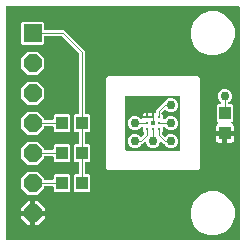
<source format=gbr>
G04 EAGLE Gerber RS-274X export*
G75*
%MOMM*%
%FSLAX34Y34*%
%LPD*%
%INTop Copper*%
%IPPOS*%
%AMOC8*
5,1,8,0,0,1.08239X$1,22.5*%
G01*
%ADD10R,0.381000X0.381000*%
%ADD11C,0.300000*%
%ADD12R,1.000000X1.100000*%
%ADD13R,1.524000X1.524000*%
%ADD14P,1.649562X8X22.500000*%
%ADD15C,0.050800*%
%ADD16C,0.762000*%

G36*
X199702Y2549D02*
X199702Y2549D01*
X199760Y2547D01*
X199842Y2569D01*
X199926Y2581D01*
X199979Y2604D01*
X200035Y2619D01*
X200108Y2662D01*
X200185Y2697D01*
X200230Y2735D01*
X200280Y2764D01*
X200338Y2826D01*
X200402Y2880D01*
X200434Y2929D01*
X200474Y2972D01*
X200513Y3047D01*
X200560Y3117D01*
X200577Y3173D01*
X200604Y3225D01*
X200615Y3293D01*
X200645Y3388D01*
X200648Y3488D01*
X200659Y3556D01*
X200659Y199644D01*
X200651Y199702D01*
X200653Y199760D01*
X200631Y199842D01*
X200619Y199926D01*
X200596Y199979D01*
X200581Y200035D01*
X200538Y200108D01*
X200503Y200185D01*
X200465Y200230D01*
X200436Y200280D01*
X200374Y200338D01*
X200320Y200402D01*
X200271Y200434D01*
X200228Y200474D01*
X200153Y200513D01*
X200083Y200560D01*
X200027Y200577D01*
X199975Y200604D01*
X199907Y200615D01*
X199812Y200645D01*
X199712Y200648D01*
X199644Y200659D01*
X3556Y200659D01*
X3498Y200651D01*
X3440Y200653D01*
X3358Y200631D01*
X3274Y200619D01*
X3221Y200596D01*
X3165Y200581D01*
X3092Y200538D01*
X3015Y200503D01*
X2970Y200465D01*
X2920Y200436D01*
X2862Y200374D01*
X2798Y200320D01*
X2766Y200271D01*
X2726Y200228D01*
X2687Y200153D01*
X2640Y200083D01*
X2623Y200027D01*
X2596Y199975D01*
X2585Y199907D01*
X2555Y199812D01*
X2552Y199712D01*
X2541Y199644D01*
X2541Y3556D01*
X2549Y3498D01*
X2547Y3440D01*
X2569Y3358D01*
X2581Y3274D01*
X2604Y3221D01*
X2619Y3165D01*
X2662Y3092D01*
X2697Y3015D01*
X2735Y2970D01*
X2764Y2920D01*
X2826Y2862D01*
X2880Y2798D01*
X2929Y2766D01*
X2972Y2726D01*
X3047Y2687D01*
X3117Y2640D01*
X3173Y2623D01*
X3225Y2596D01*
X3293Y2585D01*
X3388Y2555D01*
X3488Y2552D01*
X3556Y2541D01*
X199644Y2541D01*
X199702Y2549D01*
G37*
%LPC*%
G36*
X88693Y62102D02*
X88693Y62102D01*
X87502Y63293D01*
X87502Y77458D01*
X87503Y77464D01*
X87503Y125737D01*
X87502Y125745D01*
X87502Y139907D01*
X88693Y141098D01*
X165307Y141098D01*
X166498Y139907D01*
X166498Y63293D01*
X165307Y62102D01*
X88693Y62102D01*
G37*
%LPD*%
G36*
X149411Y78241D02*
X149411Y78241D01*
X149469Y78239D01*
X149551Y78261D01*
X149635Y78273D01*
X149688Y78296D01*
X149744Y78311D01*
X149817Y78354D01*
X149894Y78389D01*
X149939Y78427D01*
X149989Y78456D01*
X150047Y78518D01*
X150111Y78572D01*
X150143Y78621D01*
X150183Y78664D01*
X150222Y78739D01*
X150269Y78809D01*
X150286Y78865D01*
X150313Y78917D01*
X150324Y78985D01*
X150354Y79080D01*
X150357Y79180D01*
X150368Y79248D01*
X150368Y123953D01*
X150360Y124011D01*
X150362Y124069D01*
X150340Y124151D01*
X150328Y124235D01*
X150305Y124288D01*
X150290Y124344D01*
X150247Y124417D01*
X150212Y124494D01*
X150174Y124539D01*
X150145Y124589D01*
X150083Y124647D01*
X150029Y124711D01*
X149980Y124743D01*
X149937Y124783D01*
X149862Y124822D01*
X149792Y124869D01*
X149736Y124886D01*
X149684Y124913D01*
X149616Y124924D01*
X149521Y124954D01*
X149421Y124957D01*
X149353Y124968D01*
X104648Y124968D01*
X104590Y124960D01*
X104532Y124962D01*
X104450Y124940D01*
X104366Y124928D01*
X104313Y124905D01*
X104257Y124890D01*
X104184Y124847D01*
X104107Y124812D01*
X104062Y124774D01*
X104012Y124745D01*
X103954Y124683D01*
X103890Y124629D01*
X103858Y124580D01*
X103818Y124537D01*
X103779Y124462D01*
X103732Y124392D01*
X103715Y124336D01*
X103688Y124284D01*
X103677Y124216D01*
X103647Y124121D01*
X103644Y124021D01*
X103633Y123953D01*
X103633Y79248D01*
X103641Y79190D01*
X103639Y79132D01*
X103661Y79050D01*
X103673Y78966D01*
X103696Y78913D01*
X103711Y78857D01*
X103754Y78784D01*
X103789Y78707D01*
X103827Y78662D01*
X103856Y78612D01*
X103918Y78554D01*
X103972Y78490D01*
X104021Y78458D01*
X104064Y78418D01*
X104139Y78379D01*
X104209Y78332D01*
X104265Y78315D01*
X104317Y78288D01*
X104385Y78277D01*
X104480Y78247D01*
X104580Y78244D01*
X104648Y78233D01*
X149353Y78233D01*
X149411Y78241D01*
G37*
%LPC*%
G36*
X61078Y43267D02*
X61078Y43267D01*
X59887Y44458D01*
X59887Y57142D01*
X61078Y58333D01*
X63618Y58333D01*
X63676Y58341D01*
X63734Y58339D01*
X63816Y58361D01*
X63900Y58373D01*
X63953Y58396D01*
X64009Y58411D01*
X64082Y58454D01*
X64159Y58489D01*
X64204Y58527D01*
X64254Y58556D01*
X64312Y58618D01*
X64376Y58672D01*
X64408Y58721D01*
X64448Y58764D01*
X64487Y58839D01*
X64534Y58909D01*
X64551Y58965D01*
X64578Y59017D01*
X64589Y59085D01*
X64619Y59180D01*
X64622Y59280D01*
X64633Y59348D01*
X64633Y67652D01*
X64625Y67710D01*
X64627Y67768D01*
X64605Y67850D01*
X64593Y67934D01*
X64570Y67987D01*
X64555Y68043D01*
X64512Y68116D01*
X64477Y68193D01*
X64439Y68238D01*
X64410Y68288D01*
X64348Y68346D01*
X64294Y68410D01*
X64245Y68442D01*
X64202Y68482D01*
X64127Y68521D01*
X64057Y68568D01*
X64001Y68585D01*
X63949Y68612D01*
X63881Y68623D01*
X63786Y68653D01*
X63686Y68656D01*
X63618Y68667D01*
X61078Y68667D01*
X59887Y69858D01*
X59887Y82542D01*
X61078Y83733D01*
X63618Y83733D01*
X63676Y83741D01*
X63734Y83739D01*
X63816Y83761D01*
X63900Y83773D01*
X63953Y83796D01*
X64009Y83811D01*
X64082Y83854D01*
X64159Y83889D01*
X64204Y83927D01*
X64254Y83956D01*
X64312Y84018D01*
X64376Y84072D01*
X64408Y84121D01*
X64448Y84164D01*
X64487Y84239D01*
X64534Y84309D01*
X64551Y84365D01*
X64578Y84417D01*
X64589Y84485D01*
X64619Y84580D01*
X64622Y84680D01*
X64633Y84748D01*
X64633Y93052D01*
X64625Y93110D01*
X64627Y93168D01*
X64605Y93250D01*
X64593Y93334D01*
X64570Y93387D01*
X64555Y93443D01*
X64512Y93516D01*
X64477Y93593D01*
X64439Y93638D01*
X64410Y93688D01*
X64348Y93746D01*
X64294Y93810D01*
X64245Y93842D01*
X64202Y93882D01*
X64127Y93921D01*
X64057Y93968D01*
X64001Y93985D01*
X63949Y94012D01*
X63881Y94023D01*
X63786Y94053D01*
X63686Y94056D01*
X63618Y94067D01*
X61078Y94067D01*
X59887Y95258D01*
X59887Y107942D01*
X61078Y109133D01*
X63618Y109133D01*
X63676Y109141D01*
X63734Y109139D01*
X63816Y109161D01*
X63900Y109173D01*
X63953Y109196D01*
X64009Y109211D01*
X64082Y109254D01*
X64159Y109289D01*
X64204Y109327D01*
X64254Y109356D01*
X64312Y109418D01*
X64376Y109472D01*
X64408Y109521D01*
X64448Y109564D01*
X64487Y109639D01*
X64534Y109709D01*
X64551Y109765D01*
X64578Y109817D01*
X64589Y109885D01*
X64619Y109980D01*
X64622Y110080D01*
X64633Y110148D01*
X64633Y160312D01*
X64621Y160399D01*
X64618Y160486D01*
X64601Y160539D01*
X64593Y160594D01*
X64558Y160674D01*
X64531Y160757D01*
X64503Y160796D01*
X64477Y160853D01*
X64381Y160966D01*
X64336Y161030D01*
X50150Y175216D01*
X50080Y175268D01*
X50016Y175328D01*
X49967Y175354D01*
X49923Y175387D01*
X49841Y175418D01*
X49763Y175458D01*
X49716Y175466D01*
X49657Y175488D01*
X49510Y175500D01*
X49432Y175513D01*
X36068Y175513D01*
X36010Y175505D01*
X35952Y175507D01*
X35870Y175485D01*
X35786Y175473D01*
X35733Y175450D01*
X35677Y175435D01*
X35604Y175392D01*
X35527Y175357D01*
X35482Y175319D01*
X35432Y175290D01*
X35374Y175228D01*
X35310Y175174D01*
X35278Y175125D01*
X35238Y175082D01*
X35199Y175007D01*
X35152Y174937D01*
X35135Y174881D01*
X35108Y174829D01*
X35097Y174761D01*
X35067Y174666D01*
X35064Y174566D01*
X35053Y174498D01*
X35053Y169338D01*
X33862Y168147D01*
X16938Y168147D01*
X15747Y169338D01*
X15747Y186262D01*
X16938Y187453D01*
X33862Y187453D01*
X35053Y186262D01*
X35053Y181102D01*
X35061Y181044D01*
X35059Y180986D01*
X35081Y180904D01*
X35093Y180820D01*
X35116Y180767D01*
X35131Y180711D01*
X35174Y180638D01*
X35209Y180561D01*
X35247Y180516D01*
X35276Y180466D01*
X35338Y180408D01*
X35392Y180344D01*
X35441Y180312D01*
X35484Y180272D01*
X35559Y180233D01*
X35629Y180186D01*
X35685Y180169D01*
X35737Y180142D01*
X35805Y180131D01*
X35900Y180101D01*
X36000Y180098D01*
X36068Y180087D01*
X51747Y180087D01*
X69207Y162627D01*
X69207Y110148D01*
X69215Y110092D01*
X69213Y110041D01*
X69214Y110040D01*
X69213Y110032D01*
X69235Y109950D01*
X69247Y109866D01*
X69270Y109813D01*
X69285Y109757D01*
X69328Y109684D01*
X69363Y109607D01*
X69401Y109562D01*
X69430Y109512D01*
X69492Y109454D01*
X69546Y109390D01*
X69595Y109358D01*
X69638Y109318D01*
X69713Y109279D01*
X69783Y109232D01*
X69839Y109215D01*
X69891Y109188D01*
X69959Y109177D01*
X70054Y109147D01*
X70154Y109144D01*
X70222Y109133D01*
X72762Y109133D01*
X73953Y107942D01*
X73953Y95258D01*
X72762Y94067D01*
X70222Y94067D01*
X70164Y94059D01*
X70106Y94061D01*
X70024Y94039D01*
X69940Y94027D01*
X69887Y94004D01*
X69831Y93989D01*
X69758Y93946D01*
X69681Y93911D01*
X69636Y93873D01*
X69586Y93844D01*
X69528Y93782D01*
X69464Y93728D01*
X69432Y93679D01*
X69392Y93636D01*
X69353Y93561D01*
X69306Y93491D01*
X69289Y93435D01*
X69262Y93383D01*
X69251Y93315D01*
X69221Y93220D01*
X69218Y93120D01*
X69207Y93052D01*
X69207Y84748D01*
X69214Y84694D01*
X69213Y84660D01*
X69214Y84657D01*
X69213Y84632D01*
X69235Y84550D01*
X69247Y84466D01*
X69270Y84413D01*
X69285Y84357D01*
X69328Y84284D01*
X69363Y84207D01*
X69401Y84162D01*
X69430Y84112D01*
X69492Y84054D01*
X69546Y83990D01*
X69595Y83958D01*
X69638Y83918D01*
X69713Y83879D01*
X69783Y83832D01*
X69839Y83815D01*
X69891Y83788D01*
X69959Y83777D01*
X70054Y83747D01*
X70154Y83744D01*
X70222Y83733D01*
X72762Y83733D01*
X73953Y82542D01*
X73953Y69858D01*
X72762Y68667D01*
X70222Y68667D01*
X70164Y68659D01*
X70106Y68661D01*
X70024Y68639D01*
X69940Y68627D01*
X69887Y68604D01*
X69831Y68589D01*
X69758Y68546D01*
X69681Y68511D01*
X69636Y68473D01*
X69586Y68444D01*
X69528Y68382D01*
X69464Y68328D01*
X69432Y68279D01*
X69392Y68236D01*
X69353Y68161D01*
X69306Y68091D01*
X69289Y68035D01*
X69262Y67983D01*
X69251Y67915D01*
X69221Y67820D01*
X69218Y67720D01*
X69207Y67652D01*
X69207Y59348D01*
X69214Y59297D01*
X69213Y59278D01*
X69215Y59274D01*
X69213Y59232D01*
X69235Y59150D01*
X69247Y59066D01*
X69270Y59013D01*
X69285Y58957D01*
X69328Y58884D01*
X69363Y58807D01*
X69401Y58762D01*
X69430Y58712D01*
X69492Y58654D01*
X69546Y58590D01*
X69595Y58558D01*
X69638Y58518D01*
X69713Y58479D01*
X69783Y58432D01*
X69839Y58415D01*
X69891Y58388D01*
X69959Y58377D01*
X70054Y58347D01*
X70154Y58344D01*
X70222Y58333D01*
X72762Y58333D01*
X73953Y57142D01*
X73953Y44458D01*
X72762Y43267D01*
X61078Y43267D01*
G37*
%LPD*%
%LPC*%
G36*
X174112Y159259D02*
X174112Y159259D01*
X167297Y162082D01*
X162082Y167297D01*
X159259Y174112D01*
X159259Y181488D01*
X162082Y188303D01*
X167297Y193518D01*
X174112Y196341D01*
X181488Y196341D01*
X188303Y193518D01*
X193518Y188303D01*
X196341Y181488D01*
X196341Y174112D01*
X193518Y167297D01*
X188303Y162082D01*
X181488Y159259D01*
X174112Y159259D01*
G37*
%LPD*%
%LPC*%
G36*
X174112Y6859D02*
X174112Y6859D01*
X167297Y9682D01*
X162082Y14897D01*
X159259Y21712D01*
X159259Y29088D01*
X162082Y35903D01*
X167297Y41118D01*
X174112Y43941D01*
X181488Y43941D01*
X188303Y41118D01*
X193518Y35903D01*
X196341Y29088D01*
X196341Y21712D01*
X193518Y14897D01*
X188303Y9682D01*
X181488Y6859D01*
X174112Y6859D01*
G37*
%LPD*%
%LPC*%
G36*
X110598Y80517D02*
X110598Y80517D01*
X108450Y81407D01*
X106807Y83050D01*
X105917Y85198D01*
X105917Y87522D01*
X106807Y89670D01*
X108450Y91313D01*
X110598Y92203D01*
X112922Y92203D01*
X115070Y91313D01*
X116097Y90286D01*
X116143Y90251D01*
X116184Y90209D01*
X116256Y90166D01*
X116324Y90115D01*
X116378Y90095D01*
X116429Y90065D01*
X116511Y90044D01*
X116589Y90014D01*
X116648Y90009D01*
X116704Y89995D01*
X116789Y89998D01*
X116873Y89991D01*
X116930Y90002D01*
X116989Y90004D01*
X117069Y90030D01*
X117151Y90046D01*
X117203Y90073D01*
X117259Y90091D01*
X117315Y90132D01*
X117404Y90177D01*
X117476Y90246D01*
X117532Y90286D01*
X119416Y92170D01*
X119455Y92222D01*
X119456Y92222D01*
X119459Y92227D01*
X119468Y92240D01*
X119528Y92304D01*
X119554Y92353D01*
X119587Y92397D01*
X119606Y92448D01*
X119614Y92459D01*
X119623Y92488D01*
X119658Y92557D01*
X119666Y92604D01*
X119688Y92663D01*
X119692Y92706D01*
X119699Y92730D01*
X119702Y92818D01*
X119713Y92888D01*
X119713Y93470D01*
X119701Y93557D01*
X119698Y93644D01*
X119681Y93697D01*
X119673Y93752D01*
X119638Y93831D01*
X119611Y93915D01*
X119583Y93954D01*
X119557Y94011D01*
X119461Y94124D01*
X119416Y94188D01*
X118467Y95137D01*
X118467Y97593D01*
X118463Y97622D01*
X118466Y97652D01*
X118443Y97763D01*
X118427Y97875D01*
X118415Y97902D01*
X118410Y97930D01*
X118357Y98031D01*
X118311Y98134D01*
X118292Y98157D01*
X118279Y98183D01*
X118201Y98265D01*
X118128Y98351D01*
X118103Y98368D01*
X118083Y98389D01*
X117985Y98446D01*
X117891Y98509D01*
X117863Y98518D01*
X117838Y98533D01*
X117728Y98560D01*
X117620Y98595D01*
X117590Y98595D01*
X117562Y98603D01*
X117449Y98599D01*
X117336Y98602D01*
X117307Y98595D01*
X117278Y98594D01*
X117170Y98559D01*
X117061Y98530D01*
X117035Y98515D01*
X117007Y98506D01*
X116944Y98461D01*
X116816Y98385D01*
X116773Y98339D01*
X116734Y98311D01*
X115070Y96647D01*
X112922Y95757D01*
X110598Y95757D01*
X108450Y96647D01*
X106807Y98290D01*
X105917Y100438D01*
X105917Y102762D01*
X106807Y104910D01*
X108450Y106553D01*
X110598Y107443D01*
X112922Y107443D01*
X115070Y106553D01*
X116226Y105397D01*
X116250Y105379D01*
X116269Y105357D01*
X116363Y105294D01*
X116453Y105226D01*
X116481Y105215D01*
X116505Y105199D01*
X116613Y105165D01*
X116719Y105125D01*
X116748Y105122D01*
X116776Y105113D01*
X116890Y105110D01*
X117002Y105101D01*
X117031Y105107D01*
X117060Y105106D01*
X117170Y105135D01*
X117281Y105157D01*
X117307Y105170D01*
X117335Y105178D01*
X117433Y105236D01*
X117533Y105288D01*
X117555Y105308D01*
X117580Y105323D01*
X117657Y105406D01*
X117739Y105484D01*
X117754Y105509D01*
X117774Y105530D01*
X117802Y105585D01*
X122000Y105585D01*
X127000Y105585D01*
X127058Y105593D01*
X127116Y105591D01*
X127198Y105613D01*
X127281Y105624D01*
X127335Y105648D01*
X127391Y105663D01*
X127464Y105706D01*
X127541Y105741D01*
X127585Y105778D01*
X127635Y105808D01*
X127693Y105870D01*
X127758Y105924D01*
X127790Y105973D01*
X127830Y106016D01*
X127868Y106091D01*
X127915Y106161D01*
X127933Y106217D01*
X127959Y106269D01*
X127971Y106337D01*
X128001Y106432D01*
X128004Y106532D01*
X128015Y106600D01*
X128007Y106658D01*
X128008Y106716D01*
X127987Y106798D01*
X127975Y106882D01*
X127951Y106935D01*
X127936Y106992D01*
X127908Y107039D01*
X127947Y107109D01*
X127952Y107127D01*
X127960Y107143D01*
X127972Y107214D01*
X128012Y107386D01*
X128008Y107430D01*
X128015Y107474D01*
X128015Y110511D01*
X128435Y110399D01*
X128484Y110393D01*
X128530Y110378D01*
X128624Y110376D01*
X128717Y110364D01*
X128766Y110372D01*
X128814Y110371D01*
X128905Y110395D01*
X128998Y110409D01*
X129042Y110430D01*
X129089Y110443D01*
X129170Y110491D01*
X129255Y110531D01*
X129292Y110563D01*
X129334Y110588D01*
X129398Y110656D01*
X129469Y110718D01*
X129495Y110760D01*
X129528Y110795D01*
X129571Y110879D01*
X129622Y110958D01*
X129636Y111005D01*
X129658Y111048D01*
X129670Y111121D01*
X129702Y111231D01*
X129703Y111317D01*
X129713Y111379D01*
X129713Y112627D01*
X136217Y119131D01*
X136329Y119147D01*
X136466Y119167D01*
X136468Y119167D01*
X136469Y119167D01*
X136597Y119225D01*
X136726Y119283D01*
X136727Y119284D01*
X136728Y119285D01*
X136835Y119376D01*
X136943Y119466D01*
X136943Y119468D01*
X136945Y119469D01*
X136953Y119482D01*
X137100Y119703D01*
X137109Y119732D01*
X137123Y119753D01*
X137287Y120150D01*
X138930Y121793D01*
X141078Y122683D01*
X143402Y122683D01*
X145550Y121793D01*
X147193Y120150D01*
X148083Y118002D01*
X148083Y115678D01*
X147193Y113530D01*
X145550Y111887D01*
X143402Y110997D01*
X141078Y110997D01*
X138930Y111887D01*
X137903Y112914D01*
X137857Y112949D01*
X137816Y112991D01*
X137790Y113007D01*
X137778Y113018D01*
X137737Y113039D01*
X137676Y113085D01*
X137622Y113105D01*
X137571Y113135D01*
X137527Y113146D01*
X137525Y113147D01*
X137517Y113149D01*
X137489Y113156D01*
X137411Y113186D01*
X137352Y113191D01*
X137296Y113205D01*
X137211Y113202D01*
X137127Y113209D01*
X137070Y113198D01*
X137011Y113196D01*
X136931Y113170D01*
X136899Y113164D01*
X136896Y113163D01*
X136895Y113163D01*
X136849Y113154D01*
X136797Y113127D01*
X136741Y113109D01*
X136685Y113069D01*
X136637Y113047D01*
X136626Y113038D01*
X136596Y113023D01*
X136524Y112954D01*
X136468Y112914D01*
X134584Y111030D01*
X134532Y110960D01*
X134472Y110896D01*
X134446Y110847D01*
X134413Y110803D01*
X134382Y110721D01*
X134342Y110643D01*
X134334Y110596D01*
X134312Y110537D01*
X134300Y110390D01*
X134287Y110312D01*
X134287Y109730D01*
X134299Y109643D01*
X134302Y109556D01*
X134319Y109503D01*
X134327Y109448D01*
X134362Y109369D01*
X134389Y109285D01*
X134417Y109246D01*
X134443Y109189D01*
X134539Y109076D01*
X134584Y109012D01*
X135533Y108063D01*
X135533Y105607D01*
X135537Y105577D01*
X135534Y105548D01*
X135557Y105437D01*
X135573Y105325D01*
X135585Y105298D01*
X135590Y105270D01*
X135643Y105169D01*
X135689Y105066D01*
X135708Y105043D01*
X135721Y105017D01*
X135799Y104935D01*
X135872Y104849D01*
X135897Y104832D01*
X135917Y104811D01*
X136015Y104754D01*
X136109Y104691D01*
X136137Y104682D01*
X136162Y104667D01*
X136272Y104640D01*
X136380Y104605D01*
X136410Y104605D01*
X136438Y104597D01*
X136551Y104601D01*
X136664Y104598D01*
X136693Y104605D01*
X136722Y104606D01*
X136830Y104641D01*
X136939Y104670D01*
X136965Y104685D01*
X136993Y104694D01*
X137056Y104739D01*
X137184Y104815D01*
X137227Y104861D01*
X137266Y104889D01*
X138930Y106553D01*
X141078Y107443D01*
X143402Y107443D01*
X145550Y106553D01*
X147193Y104910D01*
X148083Y102762D01*
X148083Y100438D01*
X147193Y98290D01*
X145550Y96647D01*
X143402Y95757D01*
X141078Y95757D01*
X138930Y96647D01*
X137266Y98311D01*
X137242Y98329D01*
X137223Y98351D01*
X137129Y98414D01*
X137039Y98482D01*
X137011Y98493D01*
X136987Y98509D01*
X136879Y98543D01*
X136773Y98583D01*
X136744Y98586D01*
X136716Y98595D01*
X136602Y98598D01*
X136490Y98607D01*
X136461Y98601D01*
X136432Y98602D01*
X136322Y98573D01*
X136211Y98551D01*
X136185Y98538D01*
X136157Y98530D01*
X136059Y98472D01*
X135959Y98420D01*
X135937Y98400D01*
X135912Y98385D01*
X135835Y98302D01*
X135753Y98224D01*
X135738Y98199D01*
X135718Y98178D01*
X135666Y98077D01*
X135609Y97979D01*
X135602Y97951D01*
X135588Y97924D01*
X135575Y97847D01*
X135539Y97704D01*
X135541Y97641D01*
X135533Y97593D01*
X135533Y95137D01*
X134664Y94268D01*
X134612Y94198D01*
X134552Y94134D01*
X134526Y94085D01*
X134493Y94041D01*
X134462Y93959D01*
X134422Y93881D01*
X134414Y93834D01*
X134392Y93775D01*
X134380Y93627D01*
X134367Y93550D01*
X134367Y92808D01*
X134379Y92721D01*
X134382Y92634D01*
X134399Y92581D01*
X134407Y92526D01*
X134442Y92446D01*
X134469Y92363D01*
X134497Y92324D01*
X134523Y92267D01*
X134619Y92154D01*
X134664Y92090D01*
X136468Y90286D01*
X136514Y90251D01*
X136555Y90209D01*
X136627Y90166D01*
X136695Y90115D01*
X136749Y90095D01*
X136800Y90065D01*
X136881Y90044D01*
X136960Y90014D01*
X137019Y90009D01*
X137075Y89995D01*
X137160Y89998D01*
X137244Y89991D01*
X137301Y90002D01*
X137360Y90004D01*
X137440Y90030D01*
X137523Y90046D01*
X137574Y90073D01*
X137630Y90091D01*
X137686Y90132D01*
X137775Y90177D01*
X137847Y90246D01*
X137903Y90286D01*
X138930Y91313D01*
X141078Y92203D01*
X143402Y92203D01*
X145550Y91313D01*
X147193Y89670D01*
X148083Y87522D01*
X148083Y85198D01*
X147193Y83050D01*
X145550Y81407D01*
X143402Y80517D01*
X141078Y80517D01*
X138930Y81407D01*
X137287Y83050D01*
X137123Y83447D01*
X137122Y83448D01*
X137121Y83449D01*
X137050Y83570D01*
X136978Y83691D01*
X136977Y83692D01*
X136976Y83694D01*
X136872Y83791D01*
X136771Y83887D01*
X136770Y83887D01*
X136769Y83888D01*
X136643Y83953D01*
X136519Y84017D01*
X136517Y84017D01*
X136516Y84018D01*
X136501Y84020D01*
X136240Y84072D01*
X136216Y84070D01*
X134576Y85710D01*
X134487Y85777D01*
X134395Y85854D01*
X134377Y85862D01*
X134360Y85875D01*
X134353Y85878D01*
X134349Y85881D01*
X134264Y85913D01*
X134247Y85920D01*
X134135Y85970D01*
X134115Y85972D01*
X134096Y85980D01*
X134087Y85981D01*
X134083Y85982D01*
X134016Y85988D01*
X133975Y85992D01*
X133854Y86009D01*
X133834Y86006D01*
X133813Y86008D01*
X133802Y86006D01*
X133800Y86006D01*
X133754Y85997D01*
X133693Y85985D01*
X133572Y85968D01*
X133554Y85960D01*
X133534Y85956D01*
X133523Y85950D01*
X133521Y85950D01*
X133491Y85934D01*
X133424Y85901D01*
X133313Y85851D01*
X133298Y85838D01*
X133280Y85829D01*
X133270Y85820D01*
X133269Y85819D01*
X133248Y85799D01*
X133190Y85746D01*
X133097Y85667D01*
X133087Y85651D01*
X133071Y85636D01*
X133064Y85624D01*
X133063Y85623D01*
X133046Y85594D01*
X132923Y85393D01*
X132922Y85386D01*
X132919Y85382D01*
X131953Y83050D01*
X130310Y81407D01*
X128162Y80517D01*
X125838Y80517D01*
X123690Y81407D01*
X122047Y83050D01*
X121081Y85382D01*
X121031Y85467D01*
X121001Y85533D01*
X120986Y85551D01*
X120970Y85583D01*
X120951Y85603D01*
X120937Y85627D01*
X120864Y85695D01*
X120817Y85750D01*
X120799Y85763D01*
X120774Y85789D01*
X120750Y85803D01*
X120730Y85822D01*
X120642Y85867D01*
X120581Y85908D01*
X120559Y85915D01*
X120529Y85933D01*
X120502Y85939D01*
X120477Y85952D01*
X120381Y85971D01*
X120310Y85994D01*
X120286Y85994D01*
X120253Y86003D01*
X120225Y86002D01*
X120198Y86007D01*
X120103Y85999D01*
X120026Y86001D01*
X120002Y85995D01*
X119969Y85994D01*
X119943Y85985D01*
X119915Y85983D01*
X119828Y85949D01*
X119751Y85929D01*
X119728Y85916D01*
X119699Y85906D01*
X119678Y85892D01*
X119650Y85881D01*
X119579Y85827D01*
X119506Y85784D01*
X119468Y85743D01*
X119437Y85720D01*
X119425Y85711D01*
X119424Y85710D01*
X119423Y85709D01*
X117783Y84069D01*
X117671Y84053D01*
X117534Y84033D01*
X117532Y84033D01*
X117531Y84033D01*
X117403Y83975D01*
X117274Y83917D01*
X117273Y83916D01*
X117272Y83915D01*
X117165Y83824D01*
X117057Y83734D01*
X117057Y83732D01*
X117055Y83731D01*
X117047Y83718D01*
X116900Y83497D01*
X116891Y83468D01*
X116877Y83447D01*
X116713Y83050D01*
X115070Y81407D01*
X112922Y80517D01*
X110598Y80517D01*
G37*
%LPD*%
%LPC*%
G36*
X21402Y91947D02*
X21402Y91947D01*
X15747Y97602D01*
X15747Y105598D01*
X21402Y111253D01*
X29398Y111253D01*
X35053Y105598D01*
X35053Y104902D01*
X35061Y104844D01*
X35059Y104786D01*
X35081Y104704D01*
X35093Y104620D01*
X35116Y104567D01*
X35131Y104511D01*
X35174Y104438D01*
X35209Y104361D01*
X35247Y104316D01*
X35276Y104266D01*
X35338Y104208D01*
X35392Y104144D01*
X35441Y104112D01*
X35484Y104072D01*
X35559Y104033D01*
X35629Y103986D01*
X35685Y103969D01*
X35737Y103942D01*
X35805Y103931D01*
X35900Y103901D01*
X36000Y103898D01*
X36068Y103887D01*
X41872Y103887D01*
X41930Y103895D01*
X41988Y103893D01*
X42070Y103915D01*
X42154Y103927D01*
X42207Y103950D01*
X42263Y103965D01*
X42336Y104008D01*
X42413Y104043D01*
X42458Y104081D01*
X42508Y104110D01*
X42566Y104172D01*
X42630Y104226D01*
X42662Y104275D01*
X42702Y104318D01*
X42741Y104393D01*
X42788Y104463D01*
X42805Y104519D01*
X42832Y104571D01*
X42843Y104639D01*
X42873Y104734D01*
X42876Y104834D01*
X42887Y104902D01*
X42887Y107942D01*
X44078Y109133D01*
X55762Y109133D01*
X56953Y107942D01*
X56953Y95258D01*
X55762Y94067D01*
X44078Y94067D01*
X42887Y95258D01*
X42887Y98298D01*
X42879Y98356D01*
X42881Y98414D01*
X42859Y98496D01*
X42847Y98580D01*
X42824Y98633D01*
X42809Y98689D01*
X42766Y98762D01*
X42731Y98839D01*
X42693Y98884D01*
X42664Y98934D01*
X42602Y98992D01*
X42548Y99056D01*
X42499Y99088D01*
X42456Y99128D01*
X42381Y99167D01*
X42311Y99214D01*
X42255Y99231D01*
X42203Y99258D01*
X42135Y99269D01*
X42040Y99299D01*
X41940Y99302D01*
X41872Y99313D01*
X36068Y99313D01*
X36010Y99305D01*
X35952Y99307D01*
X35870Y99285D01*
X35786Y99273D01*
X35733Y99250D01*
X35677Y99235D01*
X35604Y99192D01*
X35527Y99157D01*
X35482Y99119D01*
X35432Y99090D01*
X35374Y99028D01*
X35310Y98974D01*
X35278Y98925D01*
X35238Y98882D01*
X35199Y98807D01*
X35152Y98737D01*
X35135Y98681D01*
X35108Y98629D01*
X35097Y98561D01*
X35067Y98466D01*
X35064Y98366D01*
X35053Y98298D01*
X35053Y97602D01*
X29398Y91947D01*
X21402Y91947D01*
G37*
%LPD*%
%LPC*%
G36*
X21402Y66547D02*
X21402Y66547D01*
X15747Y72202D01*
X15747Y80198D01*
X21402Y85853D01*
X29398Y85853D01*
X35053Y80198D01*
X35053Y79502D01*
X35061Y79444D01*
X35059Y79386D01*
X35081Y79304D01*
X35093Y79220D01*
X35116Y79167D01*
X35131Y79111D01*
X35174Y79038D01*
X35209Y78961D01*
X35247Y78916D01*
X35276Y78866D01*
X35338Y78808D01*
X35392Y78744D01*
X35441Y78712D01*
X35484Y78672D01*
X35559Y78633D01*
X35629Y78586D01*
X35685Y78569D01*
X35737Y78542D01*
X35805Y78531D01*
X35900Y78501D01*
X36000Y78498D01*
X36068Y78487D01*
X41872Y78487D01*
X41930Y78495D01*
X41988Y78493D01*
X42070Y78515D01*
X42154Y78527D01*
X42207Y78550D01*
X42263Y78565D01*
X42336Y78608D01*
X42413Y78643D01*
X42458Y78681D01*
X42508Y78710D01*
X42566Y78772D01*
X42630Y78826D01*
X42662Y78875D01*
X42702Y78918D01*
X42741Y78993D01*
X42788Y79063D01*
X42805Y79119D01*
X42832Y79171D01*
X42843Y79239D01*
X42873Y79334D01*
X42876Y79434D01*
X42887Y79502D01*
X42887Y82542D01*
X44078Y83733D01*
X55762Y83733D01*
X56953Y82542D01*
X56953Y69858D01*
X55762Y68667D01*
X44078Y68667D01*
X42887Y69858D01*
X42887Y72898D01*
X42879Y72956D01*
X42881Y73014D01*
X42859Y73096D01*
X42847Y73180D01*
X42824Y73233D01*
X42809Y73289D01*
X42766Y73362D01*
X42731Y73439D01*
X42693Y73484D01*
X42664Y73534D01*
X42602Y73592D01*
X42548Y73656D01*
X42499Y73688D01*
X42456Y73728D01*
X42381Y73767D01*
X42311Y73814D01*
X42255Y73831D01*
X42203Y73858D01*
X42135Y73869D01*
X42040Y73899D01*
X41940Y73902D01*
X41872Y73913D01*
X36068Y73913D01*
X36010Y73905D01*
X35952Y73907D01*
X35870Y73885D01*
X35786Y73873D01*
X35733Y73850D01*
X35677Y73835D01*
X35604Y73792D01*
X35527Y73757D01*
X35482Y73719D01*
X35432Y73690D01*
X35374Y73628D01*
X35310Y73574D01*
X35278Y73525D01*
X35238Y73482D01*
X35199Y73407D01*
X35152Y73337D01*
X35135Y73281D01*
X35108Y73229D01*
X35097Y73161D01*
X35067Y73066D01*
X35064Y72966D01*
X35053Y72898D01*
X35053Y72202D01*
X29398Y66547D01*
X21402Y66547D01*
G37*
%LPD*%
%LPC*%
G36*
X21402Y41147D02*
X21402Y41147D01*
X15747Y46802D01*
X15747Y54798D01*
X21402Y60453D01*
X29398Y60453D01*
X35053Y54798D01*
X35053Y54102D01*
X35061Y54044D01*
X35059Y53986D01*
X35081Y53904D01*
X35093Y53820D01*
X35116Y53767D01*
X35131Y53711D01*
X35174Y53638D01*
X35209Y53561D01*
X35247Y53516D01*
X35276Y53466D01*
X35338Y53408D01*
X35392Y53344D01*
X35441Y53312D01*
X35484Y53272D01*
X35559Y53233D01*
X35629Y53186D01*
X35685Y53169D01*
X35737Y53142D01*
X35805Y53131D01*
X35900Y53101D01*
X36000Y53098D01*
X36068Y53087D01*
X41872Y53087D01*
X41930Y53095D01*
X41988Y53093D01*
X42070Y53115D01*
X42154Y53127D01*
X42207Y53150D01*
X42263Y53165D01*
X42336Y53208D01*
X42413Y53243D01*
X42458Y53281D01*
X42508Y53310D01*
X42566Y53372D01*
X42630Y53426D01*
X42662Y53475D01*
X42702Y53518D01*
X42741Y53593D01*
X42788Y53663D01*
X42805Y53719D01*
X42832Y53771D01*
X42843Y53839D01*
X42873Y53934D01*
X42876Y54034D01*
X42887Y54102D01*
X42887Y57142D01*
X44078Y58333D01*
X55762Y58333D01*
X56953Y57142D01*
X56953Y44458D01*
X55762Y43267D01*
X44078Y43267D01*
X42887Y44458D01*
X42887Y47498D01*
X42879Y47556D01*
X42881Y47614D01*
X42859Y47696D01*
X42847Y47780D01*
X42824Y47833D01*
X42809Y47889D01*
X42766Y47962D01*
X42731Y48039D01*
X42693Y48084D01*
X42664Y48134D01*
X42602Y48192D01*
X42548Y48256D01*
X42499Y48288D01*
X42456Y48328D01*
X42381Y48367D01*
X42311Y48414D01*
X42255Y48431D01*
X42203Y48458D01*
X42135Y48469D01*
X42040Y48499D01*
X41940Y48502D01*
X41872Y48513D01*
X36068Y48513D01*
X36010Y48505D01*
X35952Y48507D01*
X35870Y48485D01*
X35786Y48473D01*
X35733Y48450D01*
X35677Y48435D01*
X35604Y48392D01*
X35527Y48357D01*
X35482Y48319D01*
X35432Y48290D01*
X35374Y48228D01*
X35310Y48174D01*
X35278Y48125D01*
X35238Y48082D01*
X35199Y48007D01*
X35152Y47937D01*
X35135Y47881D01*
X35108Y47829D01*
X35097Y47761D01*
X35067Y47666D01*
X35064Y47566D01*
X35053Y47498D01*
X35053Y46802D01*
X29398Y41147D01*
X21402Y41147D01*
G37*
%LPD*%
%LPC*%
G36*
X187959Y93099D02*
X187959Y93099D01*
X187959Y94116D01*
X187951Y94174D01*
X187952Y94232D01*
X187931Y94314D01*
X187919Y94397D01*
X187895Y94451D01*
X187881Y94507D01*
X187838Y94580D01*
X187803Y94657D01*
X187765Y94701D01*
X187735Y94752D01*
X187674Y94809D01*
X187619Y94874D01*
X187571Y94906D01*
X187528Y94946D01*
X187453Y94985D01*
X187383Y95031D01*
X187327Y95049D01*
X187275Y95076D01*
X187207Y95087D01*
X187112Y95117D01*
X187012Y95120D01*
X186944Y95131D01*
X180419Y95131D01*
X180419Y98934D01*
X180592Y99581D01*
X180927Y100160D01*
X181400Y100633D01*
X181936Y100942D01*
X181974Y100972D01*
X182017Y100995D01*
X182085Y101059D01*
X182159Y101118D01*
X182188Y101157D01*
X182223Y101191D01*
X182271Y101272D01*
X182326Y101348D01*
X182342Y101394D01*
X182367Y101436D01*
X182390Y101527D01*
X182422Y101615D01*
X182425Y101664D01*
X182437Y101711D01*
X182434Y101805D01*
X182440Y101899D01*
X182430Y101947D01*
X182428Y101996D01*
X182399Y102085D01*
X182379Y102177D01*
X182356Y102220D01*
X182341Y102266D01*
X182298Y102326D01*
X182243Y102427D01*
X182182Y102488D01*
X182146Y102539D01*
X180927Y103758D01*
X180927Y116442D01*
X182118Y117633D01*
X184073Y117633D01*
X184102Y117637D01*
X184132Y117634D01*
X184243Y117657D01*
X184355Y117673D01*
X184382Y117685D01*
X184410Y117690D01*
X184511Y117743D01*
X184614Y117789D01*
X184637Y117808D01*
X184663Y117821D01*
X184745Y117899D01*
X184831Y117972D01*
X184848Y117997D01*
X184869Y118017D01*
X184926Y118115D01*
X184989Y118209D01*
X184998Y118237D01*
X185013Y118262D01*
X185040Y118372D01*
X185075Y118480D01*
X185075Y118510D01*
X185083Y118538D01*
X185079Y118651D01*
X185082Y118764D01*
X185075Y118793D01*
X185074Y118822D01*
X185039Y118930D01*
X185010Y119039D01*
X184995Y119065D01*
X184986Y119093D01*
X184941Y119156D01*
X184865Y119284D01*
X184819Y119327D01*
X184791Y119366D01*
X183007Y121150D01*
X182117Y123298D01*
X182117Y125622D01*
X183007Y127770D01*
X184650Y129413D01*
X186798Y130303D01*
X189122Y130303D01*
X191270Y129413D01*
X192913Y127770D01*
X193803Y125622D01*
X193803Y123298D01*
X192913Y121150D01*
X191129Y119366D01*
X191111Y119342D01*
X191089Y119323D01*
X191026Y119229D01*
X190958Y119139D01*
X190947Y119111D01*
X190931Y119087D01*
X190897Y118979D01*
X190857Y118873D01*
X190854Y118844D01*
X190845Y118816D01*
X190842Y118702D01*
X190833Y118590D01*
X190839Y118561D01*
X190838Y118532D01*
X190867Y118422D01*
X190889Y118311D01*
X190902Y118285D01*
X190910Y118257D01*
X190968Y118159D01*
X191020Y118059D01*
X191040Y118037D01*
X191055Y118012D01*
X191138Y117935D01*
X191216Y117853D01*
X191241Y117838D01*
X191262Y117818D01*
X191363Y117766D01*
X191461Y117709D01*
X191489Y117702D01*
X191516Y117688D01*
X191593Y117675D01*
X191736Y117639D01*
X191799Y117641D01*
X191847Y117633D01*
X193802Y117633D01*
X194993Y116442D01*
X194993Y103758D01*
X193774Y102539D01*
X193745Y102501D01*
X193709Y102468D01*
X193660Y102387D01*
X193603Y102312D01*
X193586Y102267D01*
X193560Y102225D01*
X193535Y102134D01*
X193502Y102047D01*
X193498Y101998D01*
X193485Y101951D01*
X193486Y101857D01*
X193478Y101763D01*
X193488Y101716D01*
X193489Y101667D01*
X193516Y101577D01*
X193534Y101485D01*
X193557Y101441D01*
X193571Y101395D01*
X193622Y101316D01*
X193665Y101232D01*
X193699Y101197D01*
X193725Y101156D01*
X193783Y101109D01*
X193861Y101026D01*
X193936Y100982D01*
X193984Y100942D01*
X194520Y100633D01*
X194993Y100160D01*
X195328Y99581D01*
X195501Y98934D01*
X195501Y95131D01*
X188976Y95131D01*
X188918Y95123D01*
X188860Y95124D01*
X188778Y95103D01*
X188695Y95091D01*
X188641Y95067D01*
X188585Y95053D01*
X188512Y95010D01*
X188435Y94975D01*
X188391Y94937D01*
X188340Y94907D01*
X188283Y94846D01*
X188218Y94791D01*
X188186Y94743D01*
X188146Y94700D01*
X188107Y94625D01*
X188061Y94555D01*
X188043Y94499D01*
X188016Y94447D01*
X188005Y94379D01*
X187975Y94284D01*
X187972Y94184D01*
X187961Y94116D01*
X187961Y93099D01*
X187959Y93099D01*
G37*
%LPD*%
%LPC*%
G36*
X21402Y142747D02*
X21402Y142747D01*
X15747Y148402D01*
X15747Y156398D01*
X21402Y162053D01*
X29398Y162053D01*
X35053Y156398D01*
X35053Y148402D01*
X29398Y142747D01*
X21402Y142747D01*
G37*
%LPD*%
%LPC*%
G36*
X21402Y117347D02*
X21402Y117347D01*
X15747Y123002D01*
X15747Y130998D01*
X21402Y136653D01*
X29398Y136653D01*
X35053Y130998D01*
X35053Y123002D01*
X29398Y117347D01*
X21402Y117347D01*
G37*
%LPD*%
%LPC*%
G36*
X27431Y27431D02*
X27431Y27431D01*
X27431Y35561D01*
X29609Y35561D01*
X35561Y29609D01*
X35561Y27431D01*
X27431Y27431D01*
G37*
%LPD*%
%LPC*%
G36*
X15239Y27431D02*
X15239Y27431D01*
X15239Y29609D01*
X21191Y35561D01*
X23369Y35561D01*
X23369Y27431D01*
X15239Y27431D01*
G37*
%LPD*%
%LPC*%
G36*
X27431Y15239D02*
X27431Y15239D01*
X27431Y23369D01*
X35561Y23369D01*
X35561Y21191D01*
X29609Y15239D01*
X27431Y15239D01*
G37*
%LPD*%
%LPC*%
G36*
X21191Y15239D02*
X21191Y15239D01*
X15239Y21191D01*
X15239Y23369D01*
X23369Y23369D01*
X23369Y15239D01*
X21191Y15239D01*
G37*
%LPD*%
%LPC*%
G36*
X189991Y85059D02*
X189991Y85059D01*
X189991Y91069D01*
X195501Y91069D01*
X195501Y87266D01*
X195328Y86619D01*
X194993Y86040D01*
X194520Y85567D01*
X193941Y85232D01*
X193294Y85059D01*
X189991Y85059D01*
G37*
%LPD*%
%LPC*%
G36*
X182626Y85059D02*
X182626Y85059D01*
X181979Y85232D01*
X181400Y85567D01*
X180927Y86040D01*
X180592Y86619D01*
X180419Y87266D01*
X180419Y91069D01*
X185929Y91069D01*
X185929Y85059D01*
X182626Y85059D01*
G37*
%LPD*%
%LPC*%
G36*
X123015Y107615D02*
X123015Y107615D01*
X123015Y110511D01*
X123560Y110365D01*
X123992Y110116D01*
X124065Y110086D01*
X124132Y110048D01*
X124196Y110034D01*
X124256Y110009D01*
X124333Y110001D01*
X124409Y109984D01*
X124474Y109987D01*
X124539Y109980D01*
X124615Y109994D01*
X124693Y109998D01*
X124745Y110018D01*
X124819Y110031D01*
X124935Y110088D01*
X125008Y110116D01*
X125440Y110365D01*
X125985Y110511D01*
X125985Y107615D01*
X123015Y107615D01*
G37*
%LPD*%
%LPC*%
G36*
X118089Y107615D02*
X118089Y107615D01*
X118235Y108160D01*
X118767Y109081D01*
X119519Y109833D01*
X120440Y110365D01*
X120985Y110511D01*
X120985Y107615D01*
X118089Y107615D01*
G37*
%LPD*%
%LPC*%
G36*
X25399Y25399D02*
X25399Y25399D01*
X25399Y25401D01*
X25401Y25401D01*
X25401Y25399D01*
X25399Y25399D01*
G37*
%LPD*%
D10*
X127000Y101600D03*
D11*
X122000Y106600D03*
X127000Y106600D03*
X132000Y106600D03*
X122000Y101600D03*
X132000Y101600D03*
X122000Y96600D03*
X127000Y96600D03*
X132000Y96600D03*
D12*
X187960Y110100D03*
X187960Y93100D03*
D13*
X25400Y177800D03*
D14*
X25400Y152400D03*
X25400Y127000D03*
X25400Y101600D03*
X25400Y76200D03*
X25400Y50800D03*
X25400Y25400D03*
D12*
X49920Y50800D03*
X66920Y50800D03*
X49920Y76200D03*
X66920Y76200D03*
X49920Y101600D03*
X66920Y101600D03*
D15*
X132000Y96600D02*
X132080Y96520D01*
X132080Y91440D01*
X137160Y86360D01*
X142240Y86360D01*
X49920Y76200D02*
X25400Y76200D01*
D16*
X142240Y86360D03*
D15*
X127000Y86360D02*
X127000Y96600D01*
X49920Y101600D02*
X25400Y101600D01*
D16*
X127000Y86360D03*
D15*
X127000Y101600D02*
X127000Y106600D01*
X122000Y106600D02*
X122000Y114220D01*
X119380Y116840D01*
X111760Y116840D01*
X127000Y116840D02*
X127000Y106600D01*
D16*
X111760Y116840D03*
X127000Y116840D03*
D15*
X132000Y111680D02*
X132000Y106600D01*
X132000Y111680D02*
X137160Y116840D01*
X142240Y116840D01*
X187960Y110100D02*
X187960Y124460D01*
X66920Y101600D02*
X66920Y76200D01*
X66920Y50800D01*
X66920Y101600D02*
X66920Y161680D01*
X50800Y177800D01*
X25400Y177800D01*
D16*
X142240Y116840D03*
X187960Y124460D03*
D15*
X142240Y101600D02*
X132000Y101600D01*
X49920Y50800D02*
X25400Y50800D01*
D16*
X142240Y101600D03*
D15*
X122000Y96600D02*
X122000Y91520D01*
X116840Y86360D01*
X111760Y86360D01*
D16*
X111760Y86360D03*
D15*
X111760Y101600D02*
X122000Y101600D01*
D16*
X111760Y101600D03*
M02*

</source>
